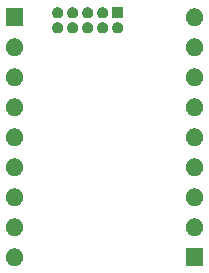
<source format=gbs>
G04 #@! TF.GenerationSoftware,KiCad,Pcbnew,5.0.1-33cea8e~68~ubuntu18.04.1*
G04 #@! TF.CreationDate,2018-11-10T11:16:57+01:00*
G04 #@! TF.ProjectId,LPC82X_JDH20,4C50433832585F4A444832302E6B6963,rev?*
G04 #@! TF.SameCoordinates,Original*
G04 #@! TF.FileFunction,Soldermask,Bot*
G04 #@! TF.FilePolarity,Negative*
%FSLAX46Y46*%
G04 Gerber Fmt 4.6, Leading zero omitted, Abs format (unit mm)*
G04 Created by KiCad (PCBNEW 5.0.1-33cea8e~68~ubuntu18.04.1) date za 10 nov 2018 11:16:57 CET*
%MOMM*%
%LPD*%
G01*
G04 APERTURE LIST*
%ADD10C,0.100000*%
G04 APERTURE END LIST*
D10*
G36*
X142990000Y-112510000D02*
X141490000Y-112510000D01*
X141490000Y-111010000D01*
X142990000Y-111010000D01*
X142990000Y-112510000D01*
X142990000Y-112510000D01*
G37*
G36*
X127146318Y-111024411D02*
X127218767Y-111038822D01*
X127275303Y-111062240D01*
X127355257Y-111095358D01*
X127478100Y-111177439D01*
X127582561Y-111281900D01*
X127664642Y-111404743D01*
X127721178Y-111541234D01*
X127750000Y-111686130D01*
X127750000Y-111833870D01*
X127721178Y-111978766D01*
X127664642Y-112115257D01*
X127582561Y-112238100D01*
X127478100Y-112342561D01*
X127355257Y-112424642D01*
X127275303Y-112457760D01*
X127218767Y-112481178D01*
X127146318Y-112495589D01*
X127073870Y-112510000D01*
X126926130Y-112510000D01*
X126853682Y-112495589D01*
X126781233Y-112481178D01*
X126724697Y-112457760D01*
X126644743Y-112424642D01*
X126521900Y-112342561D01*
X126417439Y-112238100D01*
X126335358Y-112115257D01*
X126278822Y-111978766D01*
X126250000Y-111833870D01*
X126250000Y-111686130D01*
X126278822Y-111541234D01*
X126335358Y-111404743D01*
X126417439Y-111281900D01*
X126521900Y-111177439D01*
X126644743Y-111095358D01*
X126724697Y-111062240D01*
X126781233Y-111038822D01*
X126853682Y-111024411D01*
X126926130Y-111010000D01*
X127073870Y-111010000D01*
X127146318Y-111024411D01*
X127146318Y-111024411D01*
G37*
G36*
X127146318Y-108484411D02*
X127218767Y-108498822D01*
X127275303Y-108522240D01*
X127355257Y-108555358D01*
X127478100Y-108637439D01*
X127582561Y-108741900D01*
X127664642Y-108864743D01*
X127721178Y-109001234D01*
X127750000Y-109146130D01*
X127750000Y-109293870D01*
X127721178Y-109438766D01*
X127664642Y-109575257D01*
X127582561Y-109698100D01*
X127478100Y-109802561D01*
X127355257Y-109884642D01*
X127275303Y-109917760D01*
X127218767Y-109941178D01*
X127146318Y-109955589D01*
X127073870Y-109970000D01*
X126926130Y-109970000D01*
X126853682Y-109955589D01*
X126781233Y-109941178D01*
X126724697Y-109917760D01*
X126644743Y-109884642D01*
X126521900Y-109802561D01*
X126417439Y-109698100D01*
X126335358Y-109575257D01*
X126278822Y-109438766D01*
X126250000Y-109293870D01*
X126250000Y-109146130D01*
X126278822Y-109001234D01*
X126335358Y-108864743D01*
X126417439Y-108741900D01*
X126521900Y-108637439D01*
X126644743Y-108555358D01*
X126724697Y-108522240D01*
X126781233Y-108498822D01*
X126853682Y-108484411D01*
X126926130Y-108470000D01*
X127073870Y-108470000D01*
X127146318Y-108484411D01*
X127146318Y-108484411D01*
G37*
G36*
X142386318Y-108484411D02*
X142458767Y-108498822D01*
X142515303Y-108522240D01*
X142595257Y-108555358D01*
X142718100Y-108637439D01*
X142822561Y-108741900D01*
X142904642Y-108864743D01*
X142961178Y-109001234D01*
X142990000Y-109146130D01*
X142990000Y-109293870D01*
X142961178Y-109438766D01*
X142904642Y-109575257D01*
X142822561Y-109698100D01*
X142718100Y-109802561D01*
X142595257Y-109884642D01*
X142515303Y-109917760D01*
X142458767Y-109941178D01*
X142386318Y-109955589D01*
X142313870Y-109970000D01*
X142166130Y-109970000D01*
X142093682Y-109955589D01*
X142021233Y-109941178D01*
X141964697Y-109917760D01*
X141884743Y-109884642D01*
X141761900Y-109802561D01*
X141657439Y-109698100D01*
X141575358Y-109575257D01*
X141518822Y-109438766D01*
X141490000Y-109293870D01*
X141490000Y-109146130D01*
X141518822Y-109001234D01*
X141575358Y-108864743D01*
X141657439Y-108741900D01*
X141761900Y-108637439D01*
X141884743Y-108555358D01*
X141964697Y-108522240D01*
X142021233Y-108498822D01*
X142093682Y-108484411D01*
X142166130Y-108470000D01*
X142313870Y-108470000D01*
X142386318Y-108484411D01*
X142386318Y-108484411D01*
G37*
G36*
X142386318Y-105944411D02*
X142458767Y-105958822D01*
X142515303Y-105982240D01*
X142595257Y-106015358D01*
X142718100Y-106097439D01*
X142822561Y-106201900D01*
X142904642Y-106324743D01*
X142961178Y-106461234D01*
X142990000Y-106606130D01*
X142990000Y-106753870D01*
X142961178Y-106898766D01*
X142904642Y-107035257D01*
X142822561Y-107158100D01*
X142718100Y-107262561D01*
X142595257Y-107344642D01*
X142515303Y-107377760D01*
X142458767Y-107401178D01*
X142386318Y-107415589D01*
X142313870Y-107430000D01*
X142166130Y-107430000D01*
X142093682Y-107415589D01*
X142021233Y-107401178D01*
X141964697Y-107377760D01*
X141884743Y-107344642D01*
X141761900Y-107262561D01*
X141657439Y-107158100D01*
X141575358Y-107035257D01*
X141518822Y-106898766D01*
X141490000Y-106753870D01*
X141490000Y-106606130D01*
X141518822Y-106461234D01*
X141575358Y-106324743D01*
X141657439Y-106201900D01*
X141761900Y-106097439D01*
X141884743Y-106015358D01*
X141964697Y-105982240D01*
X142021233Y-105958822D01*
X142093682Y-105944411D01*
X142166130Y-105930000D01*
X142313870Y-105930000D01*
X142386318Y-105944411D01*
X142386318Y-105944411D01*
G37*
G36*
X127146318Y-105944411D02*
X127218767Y-105958822D01*
X127275303Y-105982240D01*
X127355257Y-106015358D01*
X127478100Y-106097439D01*
X127582561Y-106201900D01*
X127664642Y-106324743D01*
X127721178Y-106461234D01*
X127750000Y-106606130D01*
X127750000Y-106753870D01*
X127721178Y-106898766D01*
X127664642Y-107035257D01*
X127582561Y-107158100D01*
X127478100Y-107262561D01*
X127355257Y-107344642D01*
X127275303Y-107377760D01*
X127218767Y-107401178D01*
X127146318Y-107415589D01*
X127073870Y-107430000D01*
X126926130Y-107430000D01*
X126853682Y-107415589D01*
X126781233Y-107401178D01*
X126724697Y-107377760D01*
X126644743Y-107344642D01*
X126521900Y-107262561D01*
X126417439Y-107158100D01*
X126335358Y-107035257D01*
X126278822Y-106898766D01*
X126250000Y-106753870D01*
X126250000Y-106606130D01*
X126278822Y-106461234D01*
X126335358Y-106324743D01*
X126417439Y-106201900D01*
X126521900Y-106097439D01*
X126644743Y-106015358D01*
X126724697Y-105982240D01*
X126781233Y-105958822D01*
X126853682Y-105944411D01*
X126926130Y-105930000D01*
X127073870Y-105930000D01*
X127146318Y-105944411D01*
X127146318Y-105944411D01*
G37*
G36*
X127146318Y-103404411D02*
X127218767Y-103418822D01*
X127275303Y-103442240D01*
X127355257Y-103475358D01*
X127478100Y-103557439D01*
X127582561Y-103661900D01*
X127664642Y-103784743D01*
X127721178Y-103921234D01*
X127750000Y-104066130D01*
X127750000Y-104213870D01*
X127721178Y-104358766D01*
X127664642Y-104495257D01*
X127582561Y-104618100D01*
X127478100Y-104722561D01*
X127355257Y-104804642D01*
X127275303Y-104837760D01*
X127218767Y-104861178D01*
X127146318Y-104875589D01*
X127073870Y-104890000D01*
X126926130Y-104890000D01*
X126853682Y-104875589D01*
X126781233Y-104861178D01*
X126724697Y-104837760D01*
X126644743Y-104804642D01*
X126521900Y-104722561D01*
X126417439Y-104618100D01*
X126335358Y-104495257D01*
X126278822Y-104358766D01*
X126250000Y-104213870D01*
X126250000Y-104066130D01*
X126278822Y-103921234D01*
X126335358Y-103784743D01*
X126417439Y-103661900D01*
X126521900Y-103557439D01*
X126644743Y-103475358D01*
X126724697Y-103442240D01*
X126781233Y-103418822D01*
X126853682Y-103404411D01*
X126926130Y-103390000D01*
X127073870Y-103390000D01*
X127146318Y-103404411D01*
X127146318Y-103404411D01*
G37*
G36*
X142386318Y-103404411D02*
X142458767Y-103418822D01*
X142515303Y-103442240D01*
X142595257Y-103475358D01*
X142718100Y-103557439D01*
X142822561Y-103661900D01*
X142904642Y-103784743D01*
X142961178Y-103921234D01*
X142990000Y-104066130D01*
X142990000Y-104213870D01*
X142961178Y-104358766D01*
X142904642Y-104495257D01*
X142822561Y-104618100D01*
X142718100Y-104722561D01*
X142595257Y-104804642D01*
X142515303Y-104837760D01*
X142458767Y-104861178D01*
X142386318Y-104875589D01*
X142313870Y-104890000D01*
X142166130Y-104890000D01*
X142093682Y-104875589D01*
X142021233Y-104861178D01*
X141964697Y-104837760D01*
X141884743Y-104804642D01*
X141761900Y-104722561D01*
X141657439Y-104618100D01*
X141575358Y-104495257D01*
X141518822Y-104358766D01*
X141490000Y-104213870D01*
X141490000Y-104066130D01*
X141518822Y-103921234D01*
X141575358Y-103784743D01*
X141657439Y-103661900D01*
X141761900Y-103557439D01*
X141884743Y-103475358D01*
X141964697Y-103442240D01*
X142021233Y-103418822D01*
X142093682Y-103404411D01*
X142166130Y-103390000D01*
X142313870Y-103390000D01*
X142386318Y-103404411D01*
X142386318Y-103404411D01*
G37*
G36*
X142386318Y-100864411D02*
X142458767Y-100878822D01*
X142515303Y-100902240D01*
X142595257Y-100935358D01*
X142718100Y-101017439D01*
X142822561Y-101121900D01*
X142904642Y-101244743D01*
X142961178Y-101381234D01*
X142990000Y-101526130D01*
X142990000Y-101673870D01*
X142961178Y-101818766D01*
X142904642Y-101955257D01*
X142822561Y-102078100D01*
X142718100Y-102182561D01*
X142595257Y-102264642D01*
X142515303Y-102297760D01*
X142458767Y-102321178D01*
X142386318Y-102335589D01*
X142313870Y-102350000D01*
X142166130Y-102350000D01*
X142093682Y-102335589D01*
X142021233Y-102321178D01*
X141964697Y-102297760D01*
X141884743Y-102264642D01*
X141761900Y-102182561D01*
X141657439Y-102078100D01*
X141575358Y-101955257D01*
X141518822Y-101818766D01*
X141490000Y-101673870D01*
X141490000Y-101526130D01*
X141518822Y-101381234D01*
X141575358Y-101244743D01*
X141657439Y-101121900D01*
X141761900Y-101017439D01*
X141884743Y-100935358D01*
X141964697Y-100902240D01*
X142021233Y-100878822D01*
X142093682Y-100864411D01*
X142166130Y-100850000D01*
X142313870Y-100850000D01*
X142386318Y-100864411D01*
X142386318Y-100864411D01*
G37*
G36*
X127146318Y-100864411D02*
X127218767Y-100878822D01*
X127275303Y-100902240D01*
X127355257Y-100935358D01*
X127478100Y-101017439D01*
X127582561Y-101121900D01*
X127664642Y-101244743D01*
X127721178Y-101381234D01*
X127750000Y-101526130D01*
X127750000Y-101673870D01*
X127721178Y-101818766D01*
X127664642Y-101955257D01*
X127582561Y-102078100D01*
X127478100Y-102182561D01*
X127355257Y-102264642D01*
X127275303Y-102297760D01*
X127218767Y-102321178D01*
X127146318Y-102335589D01*
X127073870Y-102350000D01*
X126926130Y-102350000D01*
X126853682Y-102335589D01*
X126781233Y-102321178D01*
X126724697Y-102297760D01*
X126644743Y-102264642D01*
X126521900Y-102182561D01*
X126417439Y-102078100D01*
X126335358Y-101955257D01*
X126278822Y-101818766D01*
X126250000Y-101673870D01*
X126250000Y-101526130D01*
X126278822Y-101381234D01*
X126335358Y-101244743D01*
X126417439Y-101121900D01*
X126521900Y-101017439D01*
X126644743Y-100935358D01*
X126724697Y-100902240D01*
X126781233Y-100878822D01*
X126853682Y-100864411D01*
X126926130Y-100850000D01*
X127073870Y-100850000D01*
X127146318Y-100864411D01*
X127146318Y-100864411D01*
G37*
G36*
X142386318Y-98324411D02*
X142458767Y-98338822D01*
X142515303Y-98362240D01*
X142595257Y-98395358D01*
X142718100Y-98477439D01*
X142822561Y-98581900D01*
X142904642Y-98704743D01*
X142961178Y-98841234D01*
X142990000Y-98986130D01*
X142990000Y-99133870D01*
X142961178Y-99278766D01*
X142904642Y-99415257D01*
X142822561Y-99538100D01*
X142718100Y-99642561D01*
X142595257Y-99724642D01*
X142515303Y-99757760D01*
X142458767Y-99781178D01*
X142386318Y-99795589D01*
X142313870Y-99810000D01*
X142166130Y-99810000D01*
X142093682Y-99795589D01*
X142021233Y-99781178D01*
X141964697Y-99757760D01*
X141884743Y-99724642D01*
X141761900Y-99642561D01*
X141657439Y-99538100D01*
X141575358Y-99415257D01*
X141518822Y-99278766D01*
X141490000Y-99133870D01*
X141490000Y-98986130D01*
X141518822Y-98841234D01*
X141575358Y-98704743D01*
X141657439Y-98581900D01*
X141761900Y-98477439D01*
X141884743Y-98395358D01*
X141964697Y-98362240D01*
X142021233Y-98338822D01*
X142093682Y-98324411D01*
X142166130Y-98310000D01*
X142313870Y-98310000D01*
X142386318Y-98324411D01*
X142386318Y-98324411D01*
G37*
G36*
X127146318Y-98324411D02*
X127218767Y-98338822D01*
X127275303Y-98362240D01*
X127355257Y-98395358D01*
X127478100Y-98477439D01*
X127582561Y-98581900D01*
X127664642Y-98704743D01*
X127721178Y-98841234D01*
X127750000Y-98986130D01*
X127750000Y-99133870D01*
X127721178Y-99278766D01*
X127664642Y-99415257D01*
X127582561Y-99538100D01*
X127478100Y-99642561D01*
X127355257Y-99724642D01*
X127275303Y-99757760D01*
X127218767Y-99781178D01*
X127146318Y-99795589D01*
X127073870Y-99810000D01*
X126926130Y-99810000D01*
X126853682Y-99795589D01*
X126781233Y-99781178D01*
X126724697Y-99757760D01*
X126644743Y-99724642D01*
X126521900Y-99642561D01*
X126417439Y-99538100D01*
X126335358Y-99415257D01*
X126278822Y-99278766D01*
X126250000Y-99133870D01*
X126250000Y-98986130D01*
X126278822Y-98841234D01*
X126335358Y-98704743D01*
X126417439Y-98581900D01*
X126521900Y-98477439D01*
X126644743Y-98395358D01*
X126724697Y-98362240D01*
X126781233Y-98338822D01*
X126853682Y-98324411D01*
X126926130Y-98310000D01*
X127073870Y-98310000D01*
X127146318Y-98324411D01*
X127146318Y-98324411D01*
G37*
G36*
X142386318Y-95784411D02*
X142458767Y-95798822D01*
X142515303Y-95822240D01*
X142595257Y-95855358D01*
X142718100Y-95937439D01*
X142822561Y-96041900D01*
X142904642Y-96164743D01*
X142961178Y-96301234D01*
X142990000Y-96446130D01*
X142990000Y-96593870D01*
X142961178Y-96738766D01*
X142904642Y-96875257D01*
X142822561Y-96998100D01*
X142718100Y-97102561D01*
X142595257Y-97184642D01*
X142515303Y-97217760D01*
X142458767Y-97241178D01*
X142386318Y-97255589D01*
X142313870Y-97270000D01*
X142166130Y-97270000D01*
X142093682Y-97255589D01*
X142021233Y-97241178D01*
X141964697Y-97217760D01*
X141884743Y-97184642D01*
X141761900Y-97102561D01*
X141657439Y-96998100D01*
X141575358Y-96875257D01*
X141518822Y-96738766D01*
X141490000Y-96593870D01*
X141490000Y-96446130D01*
X141518822Y-96301234D01*
X141575358Y-96164743D01*
X141657439Y-96041900D01*
X141761900Y-95937439D01*
X141884743Y-95855358D01*
X141964697Y-95822240D01*
X142021233Y-95798822D01*
X142093682Y-95784411D01*
X142166130Y-95770000D01*
X142313870Y-95770000D01*
X142386318Y-95784411D01*
X142386318Y-95784411D01*
G37*
G36*
X127146318Y-95784411D02*
X127218767Y-95798822D01*
X127275303Y-95822240D01*
X127355257Y-95855358D01*
X127478100Y-95937439D01*
X127582561Y-96041900D01*
X127664642Y-96164743D01*
X127721178Y-96301234D01*
X127750000Y-96446130D01*
X127750000Y-96593870D01*
X127721178Y-96738766D01*
X127664642Y-96875257D01*
X127582561Y-96998100D01*
X127478100Y-97102561D01*
X127355257Y-97184642D01*
X127275303Y-97217760D01*
X127218767Y-97241178D01*
X127146318Y-97255589D01*
X127073870Y-97270000D01*
X126926130Y-97270000D01*
X126853682Y-97255589D01*
X126781233Y-97241178D01*
X126724697Y-97217760D01*
X126644743Y-97184642D01*
X126521900Y-97102561D01*
X126417439Y-96998100D01*
X126335358Y-96875257D01*
X126278822Y-96738766D01*
X126250000Y-96593870D01*
X126250000Y-96446130D01*
X126278822Y-96301234D01*
X126335358Y-96164743D01*
X126417439Y-96041900D01*
X126521900Y-95937439D01*
X126644743Y-95855358D01*
X126724697Y-95822240D01*
X126781233Y-95798822D01*
X126853682Y-95784411D01*
X126926130Y-95770000D01*
X127073870Y-95770000D01*
X127146318Y-95784411D01*
X127146318Y-95784411D01*
G37*
G36*
X127146318Y-93244411D02*
X127218767Y-93258822D01*
X127275303Y-93282240D01*
X127355257Y-93315358D01*
X127478100Y-93397439D01*
X127582561Y-93501900D01*
X127664642Y-93624743D01*
X127721178Y-93761234D01*
X127750000Y-93906130D01*
X127750000Y-94053870D01*
X127721178Y-94198766D01*
X127664642Y-94335257D01*
X127582561Y-94458100D01*
X127478100Y-94562561D01*
X127355257Y-94644642D01*
X127275303Y-94677760D01*
X127218767Y-94701178D01*
X127146318Y-94715589D01*
X127073870Y-94730000D01*
X126926130Y-94730000D01*
X126853682Y-94715589D01*
X126781233Y-94701178D01*
X126724697Y-94677760D01*
X126644743Y-94644642D01*
X126521900Y-94562561D01*
X126417439Y-94458100D01*
X126335358Y-94335257D01*
X126278822Y-94198766D01*
X126250000Y-94053870D01*
X126250000Y-93906130D01*
X126278822Y-93761234D01*
X126335358Y-93624743D01*
X126417439Y-93501900D01*
X126521900Y-93397439D01*
X126644743Y-93315358D01*
X126724697Y-93282240D01*
X126781233Y-93258822D01*
X126853682Y-93244411D01*
X126926130Y-93230000D01*
X127073870Y-93230000D01*
X127146318Y-93244411D01*
X127146318Y-93244411D01*
G37*
G36*
X142386318Y-93244411D02*
X142458767Y-93258822D01*
X142515303Y-93282240D01*
X142595257Y-93315358D01*
X142718100Y-93397439D01*
X142822561Y-93501900D01*
X142904642Y-93624743D01*
X142961178Y-93761234D01*
X142990000Y-93906130D01*
X142990000Y-94053870D01*
X142961178Y-94198766D01*
X142904642Y-94335257D01*
X142822561Y-94458100D01*
X142718100Y-94562561D01*
X142595257Y-94644642D01*
X142515303Y-94677760D01*
X142458767Y-94701178D01*
X142386318Y-94715589D01*
X142313870Y-94730000D01*
X142166130Y-94730000D01*
X142093682Y-94715589D01*
X142021233Y-94701178D01*
X141964697Y-94677760D01*
X141884743Y-94644642D01*
X141761900Y-94562561D01*
X141657439Y-94458100D01*
X141575358Y-94335257D01*
X141518822Y-94198766D01*
X141490000Y-94053870D01*
X141490000Y-93906130D01*
X141518822Y-93761234D01*
X141575358Y-93624743D01*
X141657439Y-93501900D01*
X141761900Y-93397439D01*
X141884743Y-93315358D01*
X141964697Y-93282240D01*
X142021233Y-93258822D01*
X142093682Y-93244411D01*
X142166130Y-93230000D01*
X142313870Y-93230000D01*
X142386318Y-93244411D01*
X142386318Y-93244411D01*
G37*
G36*
X135878553Y-91878254D02*
X135964998Y-91914061D01*
X136042796Y-91966044D01*
X136108956Y-92032204D01*
X136160939Y-92110002D01*
X136196746Y-92196447D01*
X136215000Y-92288216D01*
X136215000Y-92381784D01*
X136196746Y-92473553D01*
X136160939Y-92559998D01*
X136108956Y-92637796D01*
X136042796Y-92703956D01*
X135964998Y-92755939D01*
X135878553Y-92791746D01*
X135786784Y-92810000D01*
X135693216Y-92810000D01*
X135601447Y-92791746D01*
X135515002Y-92755939D01*
X135437204Y-92703956D01*
X135371044Y-92637796D01*
X135319061Y-92559998D01*
X135283254Y-92473553D01*
X135265000Y-92381784D01*
X135265000Y-92288216D01*
X135283254Y-92196447D01*
X135319061Y-92110002D01*
X135371044Y-92032204D01*
X135437204Y-91966044D01*
X135515002Y-91914061D01*
X135601447Y-91878254D01*
X135693216Y-91860000D01*
X135786784Y-91860000D01*
X135878553Y-91878254D01*
X135878553Y-91878254D01*
G37*
G36*
X134608553Y-91878254D02*
X134694998Y-91914061D01*
X134772796Y-91966044D01*
X134838956Y-92032204D01*
X134890939Y-92110002D01*
X134926746Y-92196447D01*
X134945000Y-92288216D01*
X134945000Y-92381784D01*
X134926746Y-92473553D01*
X134890939Y-92559998D01*
X134838956Y-92637796D01*
X134772796Y-92703956D01*
X134694998Y-92755939D01*
X134608553Y-92791746D01*
X134516784Y-92810000D01*
X134423216Y-92810000D01*
X134331447Y-92791746D01*
X134245002Y-92755939D01*
X134167204Y-92703956D01*
X134101044Y-92637796D01*
X134049061Y-92559998D01*
X134013254Y-92473553D01*
X133995000Y-92381784D01*
X133995000Y-92288216D01*
X134013254Y-92196447D01*
X134049061Y-92110002D01*
X134101044Y-92032204D01*
X134167204Y-91966044D01*
X134245002Y-91914061D01*
X134331447Y-91878254D01*
X134423216Y-91860000D01*
X134516784Y-91860000D01*
X134608553Y-91878254D01*
X134608553Y-91878254D01*
G37*
G36*
X133338553Y-91878254D02*
X133424998Y-91914061D01*
X133502796Y-91966044D01*
X133568956Y-92032204D01*
X133620939Y-92110002D01*
X133656746Y-92196447D01*
X133675000Y-92288216D01*
X133675000Y-92381784D01*
X133656746Y-92473553D01*
X133620939Y-92559998D01*
X133568956Y-92637796D01*
X133502796Y-92703956D01*
X133424998Y-92755939D01*
X133338553Y-92791746D01*
X133246784Y-92810000D01*
X133153216Y-92810000D01*
X133061447Y-92791746D01*
X132975002Y-92755939D01*
X132897204Y-92703956D01*
X132831044Y-92637796D01*
X132779061Y-92559998D01*
X132743254Y-92473553D01*
X132725000Y-92381784D01*
X132725000Y-92288216D01*
X132743254Y-92196447D01*
X132779061Y-92110002D01*
X132831044Y-92032204D01*
X132897204Y-91966044D01*
X132975002Y-91914061D01*
X133061447Y-91878254D01*
X133153216Y-91860000D01*
X133246784Y-91860000D01*
X133338553Y-91878254D01*
X133338553Y-91878254D01*
G37*
G36*
X132068553Y-91878254D02*
X132154998Y-91914061D01*
X132232796Y-91966044D01*
X132298956Y-92032204D01*
X132350939Y-92110002D01*
X132386746Y-92196447D01*
X132405000Y-92288216D01*
X132405000Y-92381784D01*
X132386746Y-92473553D01*
X132350939Y-92559998D01*
X132298956Y-92637796D01*
X132232796Y-92703956D01*
X132154998Y-92755939D01*
X132068553Y-92791746D01*
X131976784Y-92810000D01*
X131883216Y-92810000D01*
X131791447Y-92791746D01*
X131705002Y-92755939D01*
X131627204Y-92703956D01*
X131561044Y-92637796D01*
X131509061Y-92559998D01*
X131473254Y-92473553D01*
X131455000Y-92381784D01*
X131455000Y-92288216D01*
X131473254Y-92196447D01*
X131509061Y-92110002D01*
X131561044Y-92032204D01*
X131627204Y-91966044D01*
X131705002Y-91914061D01*
X131791447Y-91878254D01*
X131883216Y-91860000D01*
X131976784Y-91860000D01*
X132068553Y-91878254D01*
X132068553Y-91878254D01*
G37*
G36*
X130798553Y-91878254D02*
X130884998Y-91914061D01*
X130962796Y-91966044D01*
X131028956Y-92032204D01*
X131080939Y-92110002D01*
X131116746Y-92196447D01*
X131135000Y-92288216D01*
X131135000Y-92381784D01*
X131116746Y-92473553D01*
X131080939Y-92559998D01*
X131028956Y-92637796D01*
X130962796Y-92703956D01*
X130884998Y-92755939D01*
X130798553Y-92791746D01*
X130706784Y-92810000D01*
X130613216Y-92810000D01*
X130521447Y-92791746D01*
X130435002Y-92755939D01*
X130357204Y-92703956D01*
X130291044Y-92637796D01*
X130239061Y-92559998D01*
X130203254Y-92473553D01*
X130185000Y-92381784D01*
X130185000Y-92288216D01*
X130203254Y-92196447D01*
X130239061Y-92110002D01*
X130291044Y-92032204D01*
X130357204Y-91966044D01*
X130435002Y-91914061D01*
X130521447Y-91878254D01*
X130613216Y-91860000D01*
X130706784Y-91860000D01*
X130798553Y-91878254D01*
X130798553Y-91878254D01*
G37*
G36*
X142386318Y-90704411D02*
X142458767Y-90718822D01*
X142515303Y-90742240D01*
X142595257Y-90775358D01*
X142718100Y-90857439D01*
X142822561Y-90961900D01*
X142904642Y-91084743D01*
X142937760Y-91164697D01*
X142953855Y-91203553D01*
X142961178Y-91221234D01*
X142990000Y-91366130D01*
X142990000Y-91513870D01*
X142961178Y-91658766D01*
X142904642Y-91795257D01*
X142822561Y-91918100D01*
X142718100Y-92022561D01*
X142595257Y-92104642D01*
X142515303Y-92137760D01*
X142458767Y-92161178D01*
X142386318Y-92175589D01*
X142313870Y-92190000D01*
X142166130Y-92190000D01*
X142093682Y-92175589D01*
X142021233Y-92161178D01*
X141964697Y-92137760D01*
X141884743Y-92104642D01*
X141761900Y-92022561D01*
X141657439Y-91918100D01*
X141575358Y-91795257D01*
X141518822Y-91658766D01*
X141490000Y-91513870D01*
X141490000Y-91366130D01*
X141518822Y-91221234D01*
X141526146Y-91203553D01*
X141542240Y-91164697D01*
X141575358Y-91084743D01*
X141657439Y-90961900D01*
X141761900Y-90857439D01*
X141884743Y-90775358D01*
X141964697Y-90742240D01*
X142021233Y-90718822D01*
X142093682Y-90704411D01*
X142166130Y-90690000D01*
X142313870Y-90690000D01*
X142386318Y-90704411D01*
X142386318Y-90704411D01*
G37*
G36*
X127750000Y-92190000D02*
X126250000Y-92190000D01*
X126250000Y-90690000D01*
X127750000Y-90690000D01*
X127750000Y-92190000D01*
X127750000Y-92190000D01*
G37*
G36*
X133338553Y-90608254D02*
X133424998Y-90644061D01*
X133502796Y-90696044D01*
X133568956Y-90762204D01*
X133620939Y-90840002D01*
X133656746Y-90926447D01*
X133675000Y-91018216D01*
X133675000Y-91111784D01*
X133656746Y-91203553D01*
X133620939Y-91289998D01*
X133568956Y-91367796D01*
X133502796Y-91433956D01*
X133424998Y-91485939D01*
X133338553Y-91521746D01*
X133246784Y-91540000D01*
X133153216Y-91540000D01*
X133061447Y-91521746D01*
X132975002Y-91485939D01*
X132897204Y-91433956D01*
X132831044Y-91367796D01*
X132779061Y-91289998D01*
X132743254Y-91203553D01*
X132725000Y-91111784D01*
X132725000Y-91018216D01*
X132743254Y-90926447D01*
X132779061Y-90840002D01*
X132831044Y-90762204D01*
X132897204Y-90696044D01*
X132975002Y-90644061D01*
X133061447Y-90608254D01*
X133153216Y-90590000D01*
X133246784Y-90590000D01*
X133338553Y-90608254D01*
X133338553Y-90608254D01*
G37*
G36*
X134608553Y-90608254D02*
X134694998Y-90644061D01*
X134772796Y-90696044D01*
X134838956Y-90762204D01*
X134890939Y-90840002D01*
X134926746Y-90926447D01*
X134945000Y-91018216D01*
X134945000Y-91111784D01*
X134926746Y-91203553D01*
X134890939Y-91289998D01*
X134838956Y-91367796D01*
X134772796Y-91433956D01*
X134694998Y-91485939D01*
X134608553Y-91521746D01*
X134516784Y-91540000D01*
X134423216Y-91540000D01*
X134331447Y-91521746D01*
X134245002Y-91485939D01*
X134167204Y-91433956D01*
X134101044Y-91367796D01*
X134049061Y-91289998D01*
X134013254Y-91203553D01*
X133995000Y-91111784D01*
X133995000Y-91018216D01*
X134013254Y-90926447D01*
X134049061Y-90840002D01*
X134101044Y-90762204D01*
X134167204Y-90696044D01*
X134245002Y-90644061D01*
X134331447Y-90608254D01*
X134423216Y-90590000D01*
X134516784Y-90590000D01*
X134608553Y-90608254D01*
X134608553Y-90608254D01*
G37*
G36*
X132068553Y-90608254D02*
X132154998Y-90644061D01*
X132232796Y-90696044D01*
X132298956Y-90762204D01*
X132350939Y-90840002D01*
X132386746Y-90926447D01*
X132405000Y-91018216D01*
X132405000Y-91111784D01*
X132386746Y-91203553D01*
X132350939Y-91289998D01*
X132298956Y-91367796D01*
X132232796Y-91433956D01*
X132154998Y-91485939D01*
X132068553Y-91521746D01*
X131976784Y-91540000D01*
X131883216Y-91540000D01*
X131791447Y-91521746D01*
X131705002Y-91485939D01*
X131627204Y-91433956D01*
X131561044Y-91367796D01*
X131509061Y-91289998D01*
X131473254Y-91203553D01*
X131455000Y-91111784D01*
X131455000Y-91018216D01*
X131473254Y-90926447D01*
X131509061Y-90840002D01*
X131561044Y-90762204D01*
X131627204Y-90696044D01*
X131705002Y-90644061D01*
X131791447Y-90608254D01*
X131883216Y-90590000D01*
X131976784Y-90590000D01*
X132068553Y-90608254D01*
X132068553Y-90608254D01*
G37*
G36*
X130798553Y-90608254D02*
X130884998Y-90644061D01*
X130962796Y-90696044D01*
X131028956Y-90762204D01*
X131080939Y-90840002D01*
X131116746Y-90926447D01*
X131135000Y-91018216D01*
X131135000Y-91111784D01*
X131116746Y-91203553D01*
X131080939Y-91289998D01*
X131028956Y-91367796D01*
X130962796Y-91433956D01*
X130884998Y-91485939D01*
X130798553Y-91521746D01*
X130706784Y-91540000D01*
X130613216Y-91540000D01*
X130521447Y-91521746D01*
X130435002Y-91485939D01*
X130357204Y-91433956D01*
X130291044Y-91367796D01*
X130239061Y-91289998D01*
X130203254Y-91203553D01*
X130185000Y-91111784D01*
X130185000Y-91018216D01*
X130203254Y-90926447D01*
X130239061Y-90840002D01*
X130291044Y-90762204D01*
X130357204Y-90696044D01*
X130435002Y-90644061D01*
X130521447Y-90608254D01*
X130613216Y-90590000D01*
X130706784Y-90590000D01*
X130798553Y-90608254D01*
X130798553Y-90608254D01*
G37*
G36*
X136215000Y-91540000D02*
X135265000Y-91540000D01*
X135265000Y-90590000D01*
X136215000Y-90590000D01*
X136215000Y-91540000D01*
X136215000Y-91540000D01*
G37*
M02*

</source>
